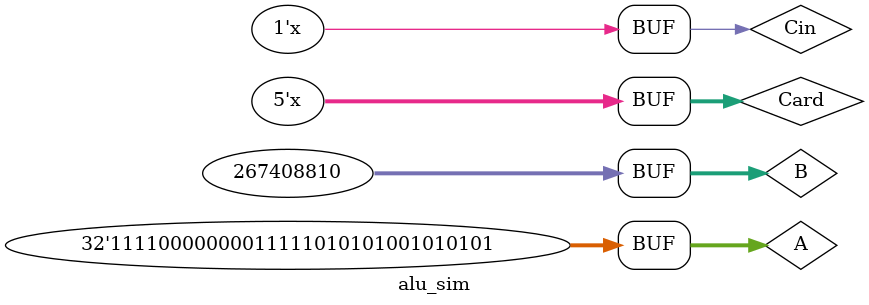
<source format=v>
`timescale 1ns / 1ps


module alu_sim();
reg [31:0]A,B;
reg [4:0]Card;
reg Cin;
wire [31:0]F;
wire Cout,Zero;

alu alu_u(
.A(A),
.B(B),
.Card(Card),
.Cin(Cin),
.F(F),
.Cout(Cout),
.Zero(Zero)
);
initial begin
A=32'b11110000_00001111_10101010_01010101;
B=~A;
Cin=1'b0;
Card=5'b00000;
end
always #10 {Card,Cin}={Card+1'b1,~Cin};

endmodule

</source>
